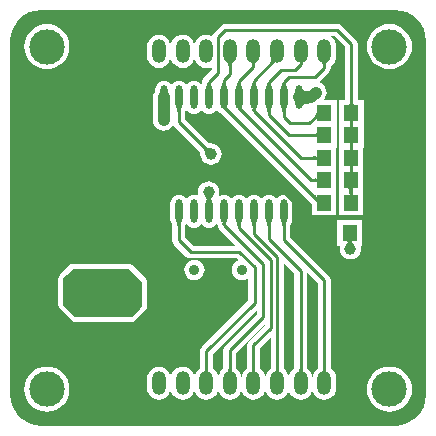
<source format=gbl>
G04 Layer_Physical_Order=2*
G04 Layer_Color=16711680*
%FSLAX44Y44*%
%MOMM*%
G71*
G01*
G75*
%ADD11C,0.2540*%
%ADD12C,1.0000*%
%ADD13C,0.9000*%
%ADD14O,1.2000X2.0000*%
%ADD15C,3.0000*%
%ADD16C,1.0000*%
%ADD17C,1.5000*%
%ADD18R,1.2700X1.3970*%
%ADD19R,3.7500X1.5000*%
%ADD20O,0.6000X2.0000*%
G36*
X-74830Y414469D02*
X-69964Y412993D01*
X-65481Y410597D01*
X-61551Y407371D01*
X-58326Y403441D01*
X-55929Y398957D01*
X-54453Y394092D01*
X-53980Y389293D01*
X-54032Y389033D01*
Y89033D01*
X-53980Y88772D01*
X-54453Y83973D01*
X-55929Y79108D01*
X-58326Y74624D01*
X-61551Y70694D01*
X-65481Y67469D01*
X-69964Y65072D01*
X-74830Y63597D01*
X-79629Y63124D01*
X-79889Y63176D01*
X-379889D01*
X-380150Y63124D01*
X-384949Y63597D01*
X-389814Y65072D01*
X-394298Y67469D01*
X-398228Y70694D01*
X-401453Y74624D01*
X-403850Y79108D01*
X-405326Y83973D01*
X-405798Y88772D01*
X-405746Y89033D01*
Y389033D01*
X-405798Y389293D01*
X-405326Y394092D01*
X-403850Y398957D01*
X-401453Y403441D01*
X-398228Y407371D01*
X-394298Y410597D01*
X-389814Y412993D01*
X-384949Y414469D01*
X-380150Y414941D01*
X-379889Y414890D01*
X-79889D01*
X-79889D01*
D01*
D01*
X-79629Y414941D01*
X-74830Y414469D01*
D02*
G37*
%LPC*%
G36*
X-374890Y403122D02*
X-378615Y402755D01*
X-382196Y401669D01*
X-385497Y399904D01*
X-388390Y397530D01*
X-390764Y394637D01*
X-392529Y391336D01*
X-393615Y387755D01*
X-393982Y384030D01*
X-393615Y380305D01*
X-392529Y376724D01*
X-390764Y373423D01*
X-388390Y370530D01*
X-385497Y368156D01*
X-382196Y366391D01*
X-378615Y365305D01*
X-374890Y364938D01*
X-371165Y365305D01*
X-367584Y366391D01*
X-364283Y368156D01*
X-361390Y370530D01*
X-359016Y373423D01*
X-357251Y376724D01*
X-356165Y380305D01*
X-355798Y384030D01*
X-356165Y387755D01*
X-357251Y391336D01*
X-359016Y394637D01*
X-361390Y397530D01*
X-364283Y399904D01*
X-367584Y401669D01*
X-371165Y402755D01*
X-374890Y403122D01*
D02*
G37*
G36*
X-84890D02*
X-88615Y402755D01*
X-92196Y401669D01*
X-95497Y399904D01*
X-98390Y397530D01*
X-100764Y394637D01*
X-102529Y391336D01*
X-103615Y387755D01*
X-103982Y384030D01*
X-103615Y380305D01*
X-102529Y376724D01*
X-100764Y373423D01*
X-98390Y370530D01*
X-95497Y368156D01*
X-92196Y366391D01*
X-88615Y365305D01*
X-84890Y364938D01*
X-81165Y365305D01*
X-77584Y366391D01*
X-74283Y368156D01*
X-71390Y370530D01*
X-69016Y373423D01*
X-67251Y376724D01*
X-66165Y380305D01*
X-65798Y384030D01*
X-66165Y387755D01*
X-67251Y391336D01*
X-69016Y394637D01*
X-71390Y397530D01*
X-74283Y399904D01*
X-77584Y401669D01*
X-81165Y402755D01*
X-84890Y403122D01*
D02*
G37*
G36*
X-108220Y236985D02*
X-128920D01*
Y215015D01*
X-126812D01*
X-127078Y213000D01*
X-126768Y210651D01*
X-125861Y208461D01*
X-124419Y206581D01*
X-122539Y205139D01*
X-120350Y204232D01*
X-118000Y203922D01*
X-115651Y204232D01*
X-113461Y205139D01*
X-111581Y206581D01*
X-110139Y208461D01*
X-109232Y210651D01*
X-108922Y213000D01*
X-109188Y215015D01*
X-108220D01*
Y236985D01*
D02*
G37*
G36*
X-353000Y200078D02*
X-354302Y199819D01*
X-354561Y199768D01*
X-355884Y198884D01*
X-360884Y193884D01*
X-360884Y193884D01*
X-363884Y190884D01*
X-364768Y189561D01*
X-364819Y189302D01*
X-365078Y188000D01*
X-365078Y188000D01*
Y177000D01*
X-365078Y165000D01*
X-365078Y165000D01*
X-364768Y163439D01*
X-363884Y162116D01*
X-353884Y152116D01*
X-353884Y152116D01*
X-352561Y151232D01*
X-352302Y151181D01*
X-351000Y150922D01*
X-351000Y150922D01*
X-322000Y150922D01*
X-303000D01*
X-303000Y150922D01*
X-301439Y151232D01*
X-301000Y151525D01*
X-300116Y152116D01*
X-300116Y152116D01*
X-293116Y159116D01*
X-293116Y159116D01*
X-291116Y161116D01*
X-290232Y162439D01*
X-290181Y162698D01*
X-289922Y164000D01*
X-289922Y164000D01*
Y185000D01*
X-289922Y185000D01*
X-290232Y186561D01*
X-290823Y187445D01*
X-291116Y187884D01*
X-291116D01*
Y187884D01*
X-302116Y198884D01*
X-302773Y199323D01*
X-303439Y199768D01*
X-303439D01*
X-303439Y199768D01*
X-305000Y200078D01*
X-305000Y200078D01*
X-320000Y200078D01*
X-353000D01*
X-353000Y200078D01*
D02*
G37*
G36*
X-250000Y203573D02*
X-252219Y203281D01*
X-254287Y202425D01*
X-256062Y201062D01*
X-257425Y199287D01*
X-258281Y197219D01*
X-258573Y195000D01*
X-258281Y192781D01*
X-257425Y190713D01*
X-256062Y188938D01*
X-254287Y187575D01*
X-252219Y186719D01*
X-250000Y186427D01*
X-247781Y186719D01*
X-245713Y187575D01*
X-243938Y188938D01*
X-242575Y190713D01*
X-241719Y192781D01*
X-241427Y195000D01*
X-241719Y197219D01*
X-242575Y199287D01*
X-243938Y201062D01*
X-245713Y202425D01*
X-247781Y203281D01*
X-250000Y203573D01*
D02*
G37*
G36*
X-374890Y113122D02*
X-378615Y112755D01*
X-382196Y111669D01*
X-385497Y109904D01*
X-388390Y107530D01*
X-390764Y104637D01*
X-392529Y101336D01*
X-393615Y97755D01*
X-393982Y94030D01*
X-393615Y90305D01*
X-392529Y86724D01*
X-390764Y83423D01*
X-388390Y80530D01*
X-385497Y78156D01*
X-382196Y76391D01*
X-378615Y75305D01*
X-374890Y74938D01*
X-371165Y75305D01*
X-367584Y76391D01*
X-364283Y78156D01*
X-361390Y80530D01*
X-359016Y83423D01*
X-357251Y86724D01*
X-356165Y90305D01*
X-355798Y94030D01*
X-356165Y97755D01*
X-357251Y101336D01*
X-359016Y104637D01*
X-361390Y107530D01*
X-364283Y109904D01*
X-367584Y111669D01*
X-371165Y112755D01*
X-374890Y113122D01*
D02*
G37*
G36*
X-129000Y403373D02*
X-224000D01*
X-226056Y402964D01*
X-227799Y401800D01*
X-233799Y395799D01*
X-234964Y394056D01*
X-235207Y392838D01*
X-237390Y393743D01*
X-240000Y394086D01*
X-242610Y393743D01*
X-245043Y392735D01*
X-247132Y391132D01*
X-248735Y389043D01*
X-249743Y386610D01*
X-250000Y384655D01*
X-250257Y386610D01*
X-251265Y389043D01*
X-252868Y391132D01*
X-254957Y392735D01*
X-257390Y393743D01*
X-260000Y394086D01*
X-262610Y393743D01*
X-265043Y392735D01*
X-267132Y391132D01*
X-268735Y389043D01*
X-269743Y386610D01*
X-270000Y384655D01*
X-270257Y386610D01*
X-271265Y389043D01*
X-272868Y391132D01*
X-274957Y392735D01*
X-277390Y393743D01*
X-280000Y394086D01*
X-282610Y393743D01*
X-285043Y392735D01*
X-287132Y391132D01*
X-288735Y389043D01*
X-289743Y386610D01*
X-290086Y384000D01*
Y376000D01*
X-289743Y373390D01*
X-288735Y370957D01*
X-287132Y368868D01*
X-285043Y367265D01*
X-282610Y366257D01*
X-280000Y365914D01*
X-277390Y366257D01*
X-274957Y367265D01*
X-272868Y368868D01*
X-271265Y370957D01*
X-270257Y373390D01*
X-270000Y375345D01*
X-269743Y373390D01*
X-268735Y370957D01*
X-267132Y368868D01*
X-265043Y367265D01*
X-262610Y366257D01*
X-260000Y365914D01*
X-257390Y366257D01*
X-254957Y367265D01*
X-252868Y368868D01*
X-251265Y370957D01*
X-250257Y373390D01*
X-250000Y375345D01*
X-249743Y373390D01*
X-248735Y370957D01*
X-247132Y368868D01*
X-245043Y367265D01*
X-242610Y366257D01*
X-240000Y365914D01*
X-237390Y366257D01*
X-235373Y367093D01*
Y364226D01*
X-241600Y357999D01*
X-242764Y356256D01*
X-243173Y354200D01*
Y352496D01*
X-243539Y352020D01*
X-243608Y351956D01*
X-243640Y351888D01*
X-243915Y351530D01*
X-244150Y350962D01*
X-244386Y351530D01*
X-245508Y352993D01*
X-246970Y354114D01*
X-248673Y354820D01*
X-250500Y355060D01*
X-252327Y354820D01*
X-254030Y354114D01*
X-255492Y352993D01*
X-256614Y351530D01*
X-256850Y350962D01*
X-257085Y351530D01*
X-258208Y352993D01*
X-259670Y354114D01*
X-261373Y354820D01*
X-263200Y355060D01*
X-265027Y354820D01*
X-266730Y354114D01*
X-268193Y352993D01*
X-269314Y351530D01*
X-269550Y350962D01*
X-269785Y351530D01*
X-270908Y352993D01*
X-272370Y354114D01*
X-274073Y354820D01*
X-275900Y355060D01*
X-277727Y354820D01*
X-279430Y354114D01*
X-280893Y352993D01*
X-282015Y351530D01*
X-282720Y349827D01*
X-282960Y348000D01*
Y346583D01*
X-283762Y345539D01*
X-284668Y343349D01*
X-284978Y341000D01*
Y322760D01*
X-285078Y322000D01*
X-284768Y319650D01*
X-283862Y317461D01*
X-282419Y315581D01*
X-280539Y314139D01*
X-278349Y313232D01*
X-276000Y312922D01*
X-273651Y313232D01*
X-272368Y313763D01*
X-271461Y314139D01*
X-269581Y315581D01*
X-269481Y315681D01*
X-268039Y317561D01*
X-267938Y317805D01*
X-266999Y316401D01*
X-245303Y294704D01*
X-245281Y294656D01*
X-245238Y294535D01*
X-245190Y294360D01*
X-245145Y294128D01*
X-245108Y293838D01*
X-245085Y293491D01*
X-245078Y292991D01*
X-245075Y292977D01*
X-244768Y290651D01*
X-243862Y288461D01*
X-242419Y286581D01*
X-240539Y285138D01*
X-238349Y284232D01*
X-236000Y283922D01*
X-233650Y284232D01*
X-231461Y285138D01*
X-229581Y286581D01*
X-228139Y288461D01*
X-227232Y290651D01*
X-226922Y293000D01*
X-227232Y295350D01*
X-228139Y297539D01*
X-229581Y299419D01*
X-231461Y300861D01*
X-233650Y301768D01*
X-235977Y302075D01*
X-235991Y302078D01*
X-236491Y302085D01*
X-236838Y302108D01*
X-237128Y302145D01*
X-237360Y302190D01*
X-237535Y302238D01*
X-237656Y302281D01*
X-237704Y302303D01*
X-257827Y322426D01*
Y329504D01*
X-257461Y329980D01*
X-257391Y330044D01*
X-257360Y330112D01*
X-257085Y330470D01*
X-256850Y331038D01*
X-256614Y330470D01*
X-255492Y329007D01*
X-254030Y327886D01*
X-252327Y327180D01*
X-250500Y326940D01*
X-248673Y327180D01*
X-246970Y327886D01*
X-245508Y329007D01*
X-244386Y330470D01*
X-244150Y331038D01*
X-243915Y330470D01*
X-242792Y329007D01*
X-241330Y327886D01*
X-239627Y327180D01*
X-237800Y326940D01*
X-235973Y327180D01*
X-234270Y327886D01*
X-232808Y329007D01*
X-231686Y330470D01*
X-231450Y331038D01*
X-231215Y330470D01*
X-230093Y329007D01*
X-228630Y327886D01*
X-226927Y327180D01*
X-226875Y327173D01*
X-226870Y327172D01*
X-226843Y327155D01*
X-226805Y327128D01*
X-226304Y326705D01*
X-151093Y251494D01*
X-151068Y251465D01*
X-150948Y251306D01*
X-150865Y251181D01*
X-150815Y251091D01*
X-150797Y251052D01*
X-150792Y250947D01*
X-150780Y250900D01*
Y241015D01*
X-130080D01*
Y260015D01*
Y279015D01*
X-130080D01*
Y298015D01*
X-129650D01*
Y317015D01*
Y338985D01*
X-140271D01*
X-139139Y340461D01*
X-138232Y342650D01*
X-137922Y345000D01*
X-138232Y347350D01*
X-139139Y349539D01*
X-140581Y351419D01*
X-142461Y352861D01*
X-144650Y353768D01*
X-144815Y353790D01*
X-144200Y354201D01*
X-136201Y362201D01*
X-135036Y363944D01*
X-134627Y366000D01*
Y367518D01*
X-132868Y368868D01*
X-131265Y370957D01*
X-130257Y373390D01*
X-129914Y376000D01*
Y384000D01*
X-130257Y386610D01*
X-131265Y389043D01*
X-132868Y391132D01*
X-134816Y392627D01*
X-131226D01*
X-122513Y383914D01*
Y338985D01*
X-127490D01*
Y317015D01*
Y300985D01*
X-127920D01*
Y281985D01*
X-127920D01*
Y260015D01*
Y241015D01*
X-107220D01*
Y260015D01*
Y279015D01*
X-107220D01*
Y298015D01*
X-106790D01*
Y317015D01*
Y338985D01*
X-111767D01*
Y386140D01*
X-112176Y388196D01*
X-113341Y389939D01*
X-125201Y401800D01*
X-126944Y402964D01*
X-129000Y403373D01*
D02*
G37*
G36*
X-238000Y270078D02*
X-240350Y269768D01*
X-242539Y268862D01*
X-244419Y267419D01*
X-245861Y265539D01*
X-246768Y263349D01*
X-247078Y261000D01*
X-246768Y258650D01*
X-246033Y256876D01*
X-246970Y257595D01*
X-248673Y258300D01*
X-250500Y258540D01*
X-252327Y258300D01*
X-254030Y257595D01*
X-255492Y256472D01*
X-256614Y255010D01*
X-256850Y254442D01*
X-257085Y255010D01*
X-258208Y256472D01*
X-259670Y257595D01*
X-261373Y258300D01*
X-263200Y258540D01*
X-265027Y258300D01*
X-266730Y257595D01*
X-268193Y256472D01*
X-269314Y255010D01*
X-270020Y253307D01*
X-270260Y251480D01*
Y237480D01*
X-270020Y235653D01*
X-269314Y233950D01*
X-269040Y233592D01*
X-269009Y233524D01*
X-268939Y233460D01*
X-268579Y232991D01*
X-268573Y232925D01*
Y220200D01*
X-268164Y218144D01*
X-266999Y216401D01*
X-256800Y206201D01*
X-255056Y205036D01*
X-253000Y204627D01*
X-214226D01*
X-212687Y203088D01*
X-214287Y202425D01*
X-216062Y201062D01*
X-217425Y199287D01*
X-218281Y197219D01*
X-218573Y195000D01*
X-218281Y192781D01*
X-217425Y190713D01*
X-216062Y188938D01*
X-214287Y187575D01*
X-212219Y186719D01*
X-210000Y186427D01*
X-207781Y186719D01*
X-205713Y187575D01*
X-204373Y188604D01*
Y169226D01*
X-243799Y129799D01*
X-244964Y128056D01*
X-245373Y126000D01*
Y111482D01*
X-247132Y110132D01*
X-248735Y108043D01*
X-249743Y105611D01*
X-250000Y103655D01*
X-250257Y105611D01*
X-251265Y108043D01*
X-252868Y110132D01*
X-254957Y111735D01*
X-257390Y112743D01*
X-260000Y113086D01*
X-262610Y112743D01*
X-265043Y111735D01*
X-267132Y110132D01*
X-268735Y108043D01*
X-269743Y105611D01*
X-270000Y103655D01*
X-270257Y105611D01*
X-271265Y108043D01*
X-272868Y110132D01*
X-274957Y111735D01*
X-277390Y112743D01*
X-280000Y113086D01*
X-282610Y112743D01*
X-285043Y111735D01*
X-287132Y110132D01*
X-288735Y108043D01*
X-289743Y105611D01*
X-290086Y103000D01*
Y95000D01*
X-289743Y92389D01*
X-288735Y89957D01*
X-287132Y87868D01*
X-285043Y86265D01*
X-282610Y85257D01*
X-280000Y84914D01*
X-277390Y85257D01*
X-274957Y86265D01*
X-272868Y87868D01*
X-271265Y89957D01*
X-270257Y92389D01*
X-270000Y94345D01*
X-269743Y92389D01*
X-268735Y89957D01*
X-267132Y87868D01*
X-265043Y86265D01*
X-262610Y85257D01*
X-260000Y84914D01*
X-257390Y85257D01*
X-254957Y86265D01*
X-252868Y87868D01*
X-251265Y89957D01*
X-250257Y92389D01*
X-250000Y94345D01*
X-249743Y92389D01*
X-248735Y89957D01*
X-247132Y87868D01*
X-245043Y86265D01*
X-242610Y85257D01*
X-240000Y84914D01*
X-237390Y85257D01*
X-234957Y86265D01*
X-232868Y87868D01*
X-231265Y89957D01*
X-230257Y92389D01*
X-230000Y94345D01*
X-229743Y92389D01*
X-228735Y89957D01*
X-227132Y87868D01*
X-225043Y86265D01*
X-222610Y85257D01*
X-220000Y84914D01*
X-217390Y85257D01*
X-214957Y86265D01*
X-212868Y87868D01*
X-211265Y89957D01*
X-210257Y92389D01*
X-210000Y94345D01*
X-209743Y92389D01*
X-208735Y89957D01*
X-207132Y87868D01*
X-205043Y86265D01*
X-202610Y85257D01*
X-200000Y84914D01*
X-197390Y85257D01*
X-194957Y86265D01*
X-192868Y87868D01*
X-191265Y89957D01*
X-190257Y92389D01*
X-190000Y94345D01*
X-189743Y92389D01*
X-188735Y89957D01*
X-187132Y87868D01*
X-185043Y86265D01*
X-182610Y85257D01*
X-180000Y84914D01*
X-177390Y85257D01*
X-174957Y86265D01*
X-172868Y87868D01*
X-171265Y89957D01*
X-170257Y92389D01*
X-170000Y94345D01*
X-169743Y92389D01*
X-168735Y89957D01*
X-167132Y87868D01*
X-165043Y86265D01*
X-162610Y85257D01*
X-160000Y84914D01*
X-157389Y85257D01*
X-154957Y86265D01*
X-152868Y87868D01*
X-151265Y89957D01*
X-150257Y92389D01*
X-150000Y94345D01*
X-149743Y92389D01*
X-148735Y89957D01*
X-147132Y87868D01*
X-145043Y86265D01*
X-142611Y85257D01*
X-140000Y84914D01*
X-137389Y85257D01*
X-134957Y86265D01*
X-132868Y87868D01*
X-131265Y89957D01*
X-130257Y92389D01*
X-129914Y95000D01*
Y103000D01*
X-130257Y105611D01*
X-131265Y108043D01*
X-132868Y110132D01*
X-134627Y111482D01*
Y186000D01*
X-135036Y188056D01*
X-136201Y189799D01*
X-168927Y222526D01*
Y232984D01*
X-168561Y233460D01*
X-168491Y233524D01*
X-168460Y233592D01*
X-168186Y233950D01*
X-167480Y235653D01*
X-167240Y237480D01*
Y251480D01*
X-167480Y253307D01*
X-168186Y255010D01*
X-169308Y256472D01*
X-170770Y257595D01*
X-172473Y258300D01*
X-174300Y258540D01*
X-176127Y258300D01*
X-177830Y257595D01*
X-179293Y256472D01*
X-180415Y255010D01*
X-180650Y254442D01*
X-180886Y255010D01*
X-182008Y256472D01*
X-183470Y257595D01*
X-185173Y258300D01*
X-187000Y258540D01*
X-188827Y258300D01*
X-190530Y257595D01*
X-191992Y256472D01*
X-193114Y255010D01*
X-193350Y254442D01*
X-193585Y255010D01*
X-194708Y256472D01*
X-196170Y257595D01*
X-197873Y258300D01*
X-199700Y258540D01*
X-201527Y258300D01*
X-203230Y257595D01*
X-204692Y256472D01*
X-205814Y255010D01*
X-206050Y254442D01*
X-206285Y255010D01*
X-207408Y256472D01*
X-208870Y257595D01*
X-210573Y258300D01*
X-212400Y258540D01*
X-214227Y258300D01*
X-215930Y257595D01*
X-217393Y256472D01*
X-218514Y255010D01*
X-218750Y254442D01*
X-218986Y255010D01*
X-220108Y256472D01*
X-221570Y257595D01*
X-223273Y258300D01*
X-225100Y258540D01*
X-226927Y258300D01*
X-228630Y257595D01*
X-230093Y256472D01*
X-231215Y255010D01*
X-231450Y254442D01*
X-231526Y254625D01*
X-231328Y254844D01*
X-231152Y255140D01*
X-230139Y256461D01*
X-229232Y258650D01*
X-228922Y261000D01*
X-229232Y263349D01*
X-230139Y265539D01*
X-231581Y267419D01*
X-233461Y268862D01*
X-235651Y269768D01*
X-238000Y270078D01*
D02*
G37*
G36*
X-84890Y113122D02*
X-88615Y112755D01*
X-92196Y111669D01*
X-95497Y109904D01*
X-98390Y107530D01*
X-100764Y104637D01*
X-102529Y101336D01*
X-103615Y97755D01*
X-103982Y94030D01*
X-103615Y90305D01*
X-102529Y86724D01*
X-100764Y83423D01*
X-98390Y80530D01*
X-95497Y78156D01*
X-92196Y76391D01*
X-88615Y75305D01*
X-84890Y74938D01*
X-81165Y75305D01*
X-77584Y76391D01*
X-74283Y78156D01*
X-71390Y80530D01*
X-69016Y83423D01*
X-67251Y86724D01*
X-66165Y90305D01*
X-65798Y94030D01*
X-66165Y97755D01*
X-67251Y101336D01*
X-69016Y104637D01*
X-71390Y107530D01*
X-74283Y109904D01*
X-77584Y111669D01*
X-81165Y112755D01*
X-84890Y113122D01*
D02*
G37*
%LPD*%
G36*
X-260921Y235894D02*
X-261133Y235784D01*
X-261320Y235600D01*
X-261481Y235342D01*
X-261619Y235011D01*
X-261731Y234606D01*
X-261818Y234128D01*
X-261880Y233576D01*
X-261918Y232951D01*
X-261930Y232252D01*
X-264470D01*
X-264482Y232951D01*
X-264582Y234128D01*
X-264669Y234606D01*
X-264781Y235011D01*
X-264918Y235342D01*
X-265081Y235600D01*
X-265267Y235784D01*
X-265479Y235894D01*
X-265716Y235931D01*
X-260684D01*
X-260921Y235894D01*
D02*
G37*
G36*
X-231215Y233950D02*
X-230442Y232943D01*
X-230064Y231044D01*
X-228899Y229301D01*
X-214972Y215373D01*
X-250774D01*
X-257827Y222426D01*
Y232984D01*
X-257461Y233460D01*
X-257391Y233524D01*
X-257360Y233592D01*
X-257085Y233950D01*
X-256850Y234518D01*
X-256614Y233950D01*
X-255492Y232488D01*
X-254030Y231366D01*
X-252327Y230660D01*
X-250500Y230420D01*
X-248673Y230660D01*
X-246970Y231366D01*
X-245508Y232488D01*
X-244386Y233950D01*
X-244150Y234518D01*
X-243915Y233950D01*
X-242792Y232488D01*
X-241330Y231366D01*
X-239627Y230660D01*
X-237800Y230420D01*
X-235973Y230660D01*
X-234270Y231366D01*
X-232808Y232488D01*
X-231686Y233950D01*
X-231450Y234518D01*
X-231215Y233950D01*
D02*
G37*
G36*
X-117276Y220522D02*
X-117205Y220099D01*
X-117087Y219683D01*
X-116921Y219273D01*
X-116800Y219046D01*
X-116030D01*
X-116271Y219020D01*
X-116487Y218944D01*
X-116674Y218819D01*
X-116447Y218472D01*
X-116139Y218081D01*
X-115783Y217697D01*
X-115380Y217318D01*
X-114930Y216947D01*
X-117296Y216675D01*
X-117300Y216506D01*
X-118773D01*
X-121884Y216148D01*
X-121496Y216647D01*
X-120842Y217613D01*
X-120576Y218079D01*
X-120351Y218535D01*
X-120305Y218647D01*
X-120462Y218817D01*
X-120653Y218944D01*
X-120869Y219020D01*
X-121110Y219046D01*
X-120145D01*
X-120024Y219413D01*
X-119922Y219836D01*
X-119860Y220248D01*
X-119840Y220649D01*
X-117300Y220951D01*
X-117276Y220522D01*
D02*
G37*
G36*
X-172021Y235894D02*
X-172233Y235784D01*
X-172419Y235600D01*
X-172582Y235342D01*
X-172719Y235011D01*
X-172831Y234606D01*
X-172918Y234128D01*
X-172980Y233576D01*
X-173018Y232951D01*
X-173030Y232252D01*
X-175570D01*
X-175583Y232951D01*
X-175682Y234128D01*
X-175769Y234606D01*
X-175882Y235011D01*
X-176019Y235342D01*
X-176180Y235600D01*
X-176367Y235784D01*
X-176579Y235894D01*
X-176816Y235931D01*
X-171784D01*
X-172021Y235894D01*
D02*
G37*
G36*
X-223746Y234850D02*
X-223764Y234797D01*
X-223780Y234708D01*
X-223793Y234585D01*
X-223821Y234002D01*
X-223830Y233100D01*
X-226370D01*
X-226371Y233436D01*
X-226454Y234850D01*
X-226473Y234868D01*
X-223727D01*
X-223746Y234850D01*
D02*
G37*
G36*
X-234772Y257114D02*
X-235467Y256213D01*
X-235749Y255770D01*
X-235987Y255332D01*
X-236183Y254900D01*
X-236335Y254472D01*
X-236345Y254432D01*
X-236331Y254354D01*
X-236219Y253949D01*
X-236082Y253618D01*
X-235919Y253360D01*
X-235733Y253176D01*
X-235521Y253066D01*
X-235284Y253029D01*
X-240316D01*
X-240079Y253066D01*
X-239867Y253176D01*
X-239681Y253360D01*
X-239519Y253618D01*
X-239382Y253949D01*
X-239269Y254354D01*
X-239269Y254354D01*
X-239276Y254378D01*
X-239436Y254797D01*
X-239641Y255215D01*
X-239892Y255632D01*
X-240189Y256048D01*
X-240532Y256464D01*
X-240920Y256878D01*
X-241354Y257292D01*
X-234360Y257572D01*
X-234772Y257114D01*
D02*
G37*
G36*
X-210121Y235894D02*
X-210333Y235784D01*
X-210520Y235600D01*
X-210681Y235342D01*
X-210819Y235011D01*
X-210931Y234606D01*
X-211018Y234128D01*
X-211080Y233576D01*
X-211118Y232951D01*
X-211130Y232252D01*
X-213670D01*
X-213682Y232951D01*
X-213782Y234128D01*
X-213869Y234606D01*
X-213981Y235011D01*
X-214118Y235342D01*
X-214280Y235600D01*
X-214467Y235784D01*
X-214679Y235894D01*
X-214916Y235931D01*
X-209884D01*
X-210121Y235894D01*
D02*
G37*
G36*
X-197421D02*
X-197633Y235784D01*
X-197819Y235600D01*
X-197981Y235342D01*
X-198119Y235011D01*
X-198231Y234606D01*
X-198318Y234128D01*
X-198380Y233576D01*
X-198418Y232951D01*
X-198430Y232252D01*
X-200970D01*
X-200982Y232951D01*
X-201082Y234128D01*
X-201169Y234606D01*
X-201282Y235011D01*
X-201418Y235342D01*
X-201581Y235600D01*
X-201767Y235784D01*
X-201979Y235894D01*
X-202216Y235931D01*
X-197184D01*
X-197421Y235894D01*
D02*
G37*
G36*
X-184721D02*
X-184933Y235784D01*
X-185119Y235600D01*
X-185282Y235342D01*
X-185419Y235011D01*
X-185531Y234606D01*
X-185618Y234128D01*
X-185680Y233576D01*
X-185718Y232951D01*
X-185730Y232252D01*
X-188270D01*
X-188283Y232951D01*
X-188382Y234128D01*
X-188469Y234606D01*
X-188582Y235011D01*
X-188718Y235342D01*
X-188881Y235600D01*
X-189067Y235784D01*
X-189279Y235894D01*
X-189516Y235931D01*
X-184484D01*
X-184721Y235894D01*
D02*
G37*
G36*
X-190373Y148226D02*
X-203799Y134799D01*
X-204964Y133056D01*
X-205373Y131000D01*
Y111482D01*
X-207132Y110132D01*
X-208735Y108043D01*
X-209743Y105611D01*
X-210000Y103655D01*
X-210257Y105611D01*
X-211265Y108043D01*
X-212868Y110132D01*
X-214627Y111482D01*
Y124774D01*
X-190373Y149028D01*
Y148226D01*
D02*
G37*
G36*
X-145373Y183774D02*
Y111482D01*
X-147132Y110132D01*
X-148735Y108043D01*
X-149743Y105611D01*
X-150000Y103655D01*
X-150257Y105611D01*
X-151265Y108043D01*
X-152868Y110132D01*
X-154627Y111482D01*
Y193028D01*
X-145373Y183774D01*
D02*
G37*
G36*
X-178650Y111369D02*
X-178638Y110797D01*
X-178537Y109834D01*
X-178449Y109441D01*
X-178336Y109109D01*
X-178198Y108836D01*
X-178035Y108623D01*
X-177846Y108469D01*
X-177633Y108376D01*
X-177394Y108342D01*
X-182446Y108427D01*
X-182207Y108453D01*
X-181994Y108540D01*
X-181805Y108687D01*
X-181642Y108895D01*
X-181504Y109164D01*
X-181391Y109493D01*
X-181303Y109883D01*
X-181240Y110334D01*
X-181203Y110845D01*
X-181190Y111417D01*
X-178650Y111369D01*
D02*
G37*
G36*
X-197373Y157226D02*
X-223799Y130800D01*
X-224964Y129056D01*
X-225373Y127000D01*
Y111482D01*
X-227132Y110132D01*
X-228735Y108043D01*
X-229743Y105611D01*
X-230000Y103655D01*
X-230257Y105611D01*
X-231265Y108043D01*
X-232868Y110132D01*
X-234627Y111482D01*
Y123774D01*
X-197373Y161028D01*
Y157226D01*
D02*
G37*
G36*
X-185293Y111543D02*
X-187132Y110132D01*
X-188735Y108043D01*
X-189743Y105611D01*
X-190000Y103655D01*
X-190257Y105611D01*
X-191265Y108043D01*
X-192868Y110132D01*
X-194627Y111482D01*
Y128774D01*
X-185293Y138108D01*
Y111543D01*
D02*
G37*
G36*
X-165373Y191774D02*
Y111482D01*
X-167132Y110132D01*
X-168735Y108043D01*
X-169743Y105611D01*
X-170000Y103655D01*
X-170257Y105611D01*
X-171265Y108043D01*
X-172868Y110132D01*
X-174547Y111420D01*
Y200948D01*
X-165373Y191774D01*
D02*
G37*
G36*
X-158717Y110821D02*
X-158617Y109859D01*
X-158529Y109467D01*
X-158416Y109136D01*
X-158278Y108866D01*
X-158115Y108655D01*
X-157926Y108505D01*
X-157713Y108414D01*
X-157474Y108384D01*
X-162526D01*
X-162287Y108414D01*
X-162074Y108505D01*
X-161885Y108655D01*
X-161722Y108866D01*
X-161584Y109136D01*
X-161471Y109467D01*
X-161383Y109859D01*
X-161320Y110310D01*
X-161283Y110821D01*
X-161270Y111393D01*
X-158730D01*
X-158717Y110821D01*
D02*
G37*
G36*
X-138717D02*
X-138617Y109859D01*
X-138529Y109467D01*
X-138416Y109136D01*
X-138278Y108866D01*
X-138115Y108655D01*
X-137926Y108505D01*
X-137713Y108414D01*
X-137474Y108384D01*
X-142526D01*
X-142287Y108414D01*
X-142074Y108505D01*
X-141885Y108655D01*
X-141722Y108866D01*
X-141584Y109136D01*
X-141471Y109467D01*
X-141383Y109859D01*
X-141320Y110310D01*
X-141283Y110821D01*
X-141270Y111393D01*
X-138730D01*
X-138717Y110821D01*
D02*
G37*
G36*
X-305000Y196000D02*
X-294000Y185000D01*
Y164000D01*
X-296000Y162000D01*
X-303000Y155000D01*
X-322000D01*
X-351000Y155000D01*
X-361000Y165000D01*
X-361000Y177000D01*
Y188000D01*
X-358000Y191000D01*
X-353000Y196000D01*
X-320000D01*
X-305000Y196000D01*
D02*
G37*
G36*
X-238717Y110821D02*
X-238617Y109859D01*
X-238529Y109467D01*
X-238416Y109136D01*
X-238278Y108866D01*
X-238115Y108655D01*
X-237926Y108505D01*
X-237713Y108414D01*
X-237474Y108384D01*
X-242526D01*
X-242287Y108414D01*
X-242074Y108505D01*
X-241885Y108655D01*
X-241722Y108866D01*
X-241584Y109136D01*
X-241471Y109467D01*
X-241383Y109859D01*
X-241320Y110310D01*
X-241283Y110821D01*
X-241270Y111393D01*
X-238730D01*
X-238717Y110821D01*
D02*
G37*
G36*
X-218717D02*
X-218617Y109859D01*
X-218529Y109467D01*
X-218416Y109136D01*
X-218278Y108866D01*
X-218115Y108655D01*
X-217926Y108505D01*
X-217713Y108414D01*
X-217474Y108384D01*
X-222526D01*
X-222287Y108414D01*
X-222074Y108505D01*
X-221885Y108655D01*
X-221722Y108866D01*
X-221584Y109136D01*
X-221471Y109467D01*
X-221383Y109859D01*
X-221320Y110310D01*
X-221283Y110821D01*
X-221270Y111393D01*
X-218730D01*
X-218717Y110821D01*
D02*
G37*
G36*
X-198717D02*
X-198617Y109859D01*
X-198529Y109467D01*
X-198416Y109136D01*
X-198278Y108866D01*
X-198115Y108655D01*
X-197926Y108505D01*
X-197713Y108414D01*
X-197474Y108384D01*
X-202526D01*
X-202287Y108414D01*
X-202074Y108505D01*
X-201885Y108655D01*
X-201722Y108866D01*
X-201584Y109136D01*
X-201471Y109467D01*
X-201383Y109859D01*
X-201320Y110310D01*
X-201283Y110821D01*
X-201270Y111393D01*
X-198730D01*
X-198717Y110821D01*
D02*
G37*
G36*
X-236518Y352529D02*
X-236418Y351352D01*
X-236331Y350874D01*
X-236219Y350469D01*
X-236082Y350138D01*
X-235919Y349880D01*
X-235733Y349696D01*
X-235521Y349586D01*
X-235284Y349549D01*
X-240316D01*
X-240079Y349586D01*
X-239867Y349696D01*
X-239681Y349880D01*
X-239519Y350138D01*
X-239382Y350469D01*
X-239269Y350874D01*
X-239182Y351352D01*
X-239120Y351904D01*
X-239083Y352529D01*
X-239070Y353228D01*
X-236530D01*
X-236518Y352529D01*
D02*
G37*
G36*
X-223818D02*
X-223718Y351352D01*
X-223631Y350874D01*
X-223519Y350469D01*
X-223382Y350138D01*
X-223220Y349880D01*
X-223033Y349696D01*
X-222821Y349586D01*
X-222584Y349549D01*
X-227616D01*
X-227379Y349586D01*
X-227167Y349696D01*
X-226980Y349880D01*
X-226819Y350138D01*
X-226681Y350469D01*
X-226569Y350874D01*
X-226482Y351352D01*
X-226420Y351904D01*
X-226383Y352529D01*
X-226370Y353228D01*
X-223830D01*
X-223818Y352529D01*
D02*
G37*
G36*
X-211118D02*
X-211018Y351352D01*
X-210931Y350874D01*
X-210819Y350469D01*
X-210681Y350138D01*
X-210520Y349880D01*
X-210333Y349696D01*
X-210121Y349586D01*
X-209884Y349549D01*
X-214916D01*
X-214679Y349586D01*
X-214467Y349696D01*
X-214280Y349880D01*
X-214118Y350138D01*
X-213981Y350469D01*
X-213869Y350874D01*
X-213782Y351352D01*
X-213720Y351904D01*
X-213682Y352529D01*
X-213670Y353228D01*
X-211130D01*
X-211118Y352529D01*
D02*
G37*
G36*
X-198411Y331338D02*
X-198415Y331288D01*
X-198424Y330941D01*
X-198430Y329700D01*
X-200970D01*
X-200993Y331354D01*
X-198407D01*
X-198411Y331338D01*
D02*
G37*
G36*
X-158638Y348107D02*
X-158406Y347665D01*
X-158020Y347274D01*
X-157480Y346936D01*
X-156786Y346650D01*
X-155937Y346416D01*
X-154935Y346234D01*
X-153777Y346104D01*
X-152466Y346026D01*
X-151000Y346000D01*
Y336000D01*
X-152466Y335974D01*
X-154935Y335766D01*
X-155937Y335584D01*
X-156786Y335350D01*
X-157480Y335064D01*
X-158020Y334726D01*
X-158406Y334336D01*
X-158638Y333893D01*
X-158715Y333399D01*
Y348601D01*
X-158638Y348107D01*
D02*
G37*
G36*
X-115857Y337012D02*
X-115819Y336580D01*
X-115756Y336199D01*
X-115667Y335869D01*
X-115553Y335589D01*
X-115413Y335361D01*
X-115248Y335183D01*
X-115057Y335056D01*
X-114841Y334980D01*
X-114600Y334954D01*
X-119680D01*
X-119439Y334980D01*
X-119223Y335056D01*
X-119032Y335183D01*
X-118867Y335361D01*
X-118728Y335589D01*
X-118613Y335869D01*
X-118524Y336199D01*
X-118461Y336580D01*
X-118423Y337012D01*
X-118410Y337495D01*
X-115870D01*
X-115857Y337012D01*
D02*
G37*
G36*
X-198418Y352529D02*
X-198318Y351352D01*
X-198231Y350874D01*
X-198119Y350469D01*
X-197981Y350138D01*
X-197819Y349880D01*
X-197633Y349696D01*
X-197421Y349586D01*
X-197184Y349549D01*
X-202216D01*
X-201979Y349586D01*
X-201767Y349696D01*
X-201581Y349880D01*
X-201418Y350138D01*
X-201282Y350469D01*
X-201169Y350874D01*
X-201082Y351352D01*
X-201020Y351904D01*
X-200982Y352529D01*
X-200970Y353228D01*
X-198430D01*
X-198418Y352529D01*
D02*
G37*
G36*
X-197713Y370586D02*
X-197926Y370495D01*
X-198115Y370345D01*
X-198278Y370134D01*
X-198416Y369864D01*
X-198529Y369533D01*
X-198617Y369142D01*
X-198680Y368690D01*
X-198717Y368179D01*
X-198730Y367607D01*
X-201270D01*
X-201283Y368179D01*
X-201383Y369142D01*
X-201471Y369533D01*
X-201584Y369864D01*
X-201722Y370134D01*
X-201885Y370345D01*
X-202074Y370495D01*
X-202287Y370586D01*
X-202526Y370616D01*
X-197474D01*
X-197713Y370586D01*
D02*
G37*
G36*
X-137713D02*
X-137926Y370495D01*
X-138115Y370345D01*
X-138278Y370134D01*
X-138416Y369864D01*
X-138529Y369533D01*
X-138617Y369142D01*
X-138680Y368690D01*
X-138717Y368179D01*
X-138730Y367607D01*
X-141270D01*
X-141283Y368179D01*
X-141383Y369142D01*
X-141471Y369533D01*
X-141584Y369864D01*
X-141722Y370134D01*
X-141885Y370345D01*
X-142074Y370495D01*
X-142287Y370586D01*
X-142526Y370616D01*
X-137474D01*
X-137713Y370586D01*
D02*
G37*
G36*
X-181254Y370174D02*
X-181466Y370300D01*
X-181700Y370368D01*
X-181956Y370377D01*
X-182236Y370329D01*
X-182537Y370223D01*
X-182862Y370058D01*
X-183209Y369835D01*
X-183578Y369555D01*
X-183970Y369216D01*
X-184385Y368819D01*
X-186396Y370400D01*
X-186005Y370809D01*
X-185675Y371192D01*
X-185408Y371548D01*
X-185204Y371878D01*
X-185061Y372180D01*
X-184982Y372456D01*
X-184964Y372706D01*
X-185009Y372928D01*
X-185117Y373124D01*
X-185287Y373293D01*
X-181254Y370174D01*
D02*
G37*
G36*
X-185718Y352529D02*
X-185618Y351352D01*
X-185531Y350874D01*
X-185419Y350469D01*
X-185282Y350138D01*
X-185119Y349880D01*
X-184933Y349696D01*
X-184721Y349586D01*
X-184484Y349549D01*
X-189516D01*
X-189279Y349586D01*
X-189067Y349696D01*
X-188881Y349880D01*
X-188718Y350138D01*
X-188582Y350469D01*
X-188469Y350874D01*
X-188382Y351352D01*
X-188320Y351904D01*
X-188283Y352529D01*
X-188270Y353228D01*
X-185730D01*
X-185718Y352529D01*
D02*
G37*
G36*
X-173018D02*
X-172918Y351352D01*
X-172831Y350874D01*
X-172719Y350469D01*
X-172582Y350138D01*
X-172419Y349880D01*
X-172233Y349696D01*
X-172021Y349586D01*
X-171784Y349549D01*
X-176816D01*
X-176579Y349586D01*
X-176367Y349696D01*
X-176180Y349880D01*
X-176019Y350138D01*
X-175882Y350469D01*
X-175769Y350874D01*
X-175682Y351352D01*
X-175620Y351904D01*
X-175583Y352529D01*
X-175570Y353228D01*
X-173030D01*
X-173018Y352529D01*
D02*
G37*
G36*
X-217713Y370586D02*
X-217926Y370495D01*
X-218115Y370345D01*
X-218278Y370134D01*
X-218416Y369864D01*
X-218529Y369533D01*
X-218617Y369142D01*
X-218680Y368690D01*
X-218717Y368179D01*
X-218730Y367607D01*
X-221270D01*
X-221283Y368179D01*
X-221383Y369142D01*
X-221471Y369533D01*
X-221584Y369864D01*
X-221722Y370134D01*
X-221885Y370345D01*
X-222074Y370495D01*
X-222287Y370586D01*
X-222526Y370616D01*
X-217474D01*
X-217713Y370586D01*
D02*
G37*
G36*
X-146719Y268460D02*
X-146745Y268701D01*
X-146822Y268917D01*
X-146950Y269108D01*
X-147130Y269273D01*
X-147362Y269412D01*
X-147644Y269527D01*
X-147979Y269616D01*
X-148364Y269679D01*
X-148801Y269717D01*
X-149290Y269730D01*
Y272270D01*
X-148801Y272283D01*
X-148364Y272321D01*
X-147979Y272384D01*
X-147644Y272473D01*
X-147362Y272588D01*
X-147130Y272727D01*
X-146950Y272892D01*
X-146822Y273083D01*
X-146745Y273299D01*
X-146719Y273540D01*
Y268460D01*
D02*
G37*
G36*
X-146719Y287460D02*
X-146745Y287701D01*
X-146822Y287917D01*
X-146950Y288108D01*
X-147130Y288273D01*
X-147362Y288412D01*
X-147644Y288527D01*
X-147979Y288616D01*
X-148364Y288679D01*
X-148801Y288717D01*
X-149290Y288730D01*
Y291270D01*
X-148801Y291283D01*
X-148364Y291321D01*
X-147979Y291384D01*
X-147644Y291473D01*
X-147362Y291588D01*
X-147130Y291727D01*
X-146950Y291892D01*
X-146822Y292083D01*
X-146745Y292299D01*
X-146719Y292540D01*
Y287460D01*
D02*
G37*
G36*
X-240332Y299160D02*
X-239989Y298911D01*
X-239612Y298692D01*
X-239202Y298503D01*
X-238759Y298344D01*
X-238284Y298215D01*
X-237775Y298116D01*
X-237233Y298047D01*
X-236658Y298008D01*
X-236050Y298000D01*
X-241000Y293050D01*
X-241008Y293658D01*
X-241047Y294233D01*
X-241116Y294775D01*
X-241215Y295284D01*
X-241344Y295760D01*
X-241503Y296202D01*
X-241692Y296612D01*
X-241911Y296989D01*
X-242160Y297332D01*
X-242439Y297643D01*
X-240643Y299439D01*
X-240332Y299160D01*
D02*
G37*
G36*
X-146719Y251157D02*
X-146737Y251511D01*
X-146792Y251866D01*
X-146883Y252222D01*
X-147011Y252580D01*
X-147176Y252938D01*
X-147377Y253298D01*
X-147614Y253659D01*
X-147888Y254021D01*
X-148199Y254385D01*
X-148546Y254750D01*
Y258342D01*
X-148199Y258013D01*
X-147888Y257757D01*
X-147614Y257575D01*
X-147377Y257465D01*
X-147176Y257428D01*
X-147011Y257465D01*
X-146883Y257575D01*
X-146792Y257757D01*
X-146737Y258013D01*
X-146719Y258342D01*
Y251157D01*
D02*
G37*
G36*
X-116287Y261012D02*
X-116249Y260580D01*
X-116186Y260199D01*
X-116097Y259869D01*
X-115983Y259590D01*
X-115843Y259361D01*
X-115678Y259183D01*
X-115487Y259056D01*
X-115271Y258980D01*
X-115030Y258955D01*
X-120110D01*
X-119869Y258980D01*
X-119653Y259056D01*
X-119462Y259183D01*
X-119297Y259361D01*
X-119157Y259590D01*
X-119043Y259869D01*
X-118954Y260199D01*
X-118891Y260580D01*
X-118853Y261012D01*
X-118840Y261495D01*
X-116300D01*
X-116287Y261012D01*
D02*
G37*
G36*
X-115271Y264050D02*
X-115487Y263973D01*
X-115678Y263845D01*
X-115843Y263665D01*
X-115983Y263433D01*
X-116097Y263151D01*
X-116186Y262816D01*
X-116249Y262431D01*
X-116287Y261994D01*
X-116300Y261506D01*
X-118840D01*
X-118853Y261994D01*
X-118891Y262431D01*
X-118954Y262816D01*
X-119043Y263151D01*
X-119157Y263433D01*
X-119297Y263665D01*
X-119462Y263845D01*
X-119653Y263973D01*
X-119869Y264050D01*
X-120110Y264076D01*
X-115030D01*
X-115271Y264050D01*
D02*
G37*
G36*
X-146289Y306460D02*
X-146315Y306701D01*
X-146392Y306917D01*
X-146520Y307108D01*
X-146700Y307273D01*
X-146932Y307412D01*
X-147214Y307527D01*
X-147549Y307616D01*
X-147934Y307679D01*
X-148371Y307717D01*
X-148860Y307730D01*
Y310270D01*
X-148371Y310283D01*
X-147934Y310321D01*
X-147549Y310384D01*
X-147214Y310473D01*
X-146932Y310588D01*
X-146700Y310727D01*
X-146520Y310892D01*
X-146392Y311083D01*
X-146315Y311299D01*
X-146289Y311540D01*
Y306460D01*
D02*
G37*
G36*
X-172021Y332414D02*
X-172233Y332304D01*
X-172419Y332120D01*
X-172582Y331862D01*
X-172719Y331531D01*
X-172831Y331126D01*
X-172918Y330648D01*
X-172980Y330096D01*
X-173018Y329471D01*
X-173030Y328772D01*
X-175570D01*
X-175583Y329471D01*
X-175682Y330648D01*
X-175769Y331126D01*
X-175882Y331531D01*
X-176019Y331862D01*
X-176180Y332120D01*
X-176367Y332304D01*
X-176579Y332414D01*
X-176816Y332451D01*
X-171784D01*
X-172021Y332414D01*
D02*
G37*
G36*
X-222343Y333573D02*
X-222447Y333375D01*
X-222481Y333145D01*
X-222447Y332881D01*
X-222345Y332583D01*
X-222173Y332252D01*
X-221932Y331888D01*
X-221623Y331489D01*
X-221244Y331058D01*
X-220797Y330593D01*
X-223040Y329244D01*
X-223377Y329571D01*
X-224317Y330365D01*
X-224606Y330567D01*
X-224884Y330738D01*
X-225150Y330877D01*
X-225403Y330985D01*
X-225645Y331062D01*
X-225875Y331107D01*
X-222170Y333736D01*
X-222343Y333573D01*
D02*
G37*
G36*
X-209789Y333026D02*
X-209931Y332866D01*
X-209999Y332667D01*
X-209994Y332430D01*
X-209914Y332155D01*
X-209759Y331840D01*
X-209531Y331487D01*
X-209228Y331096D01*
X-208852Y330666D01*
X-208401Y330197D01*
X-211066Y329270D01*
X-211390Y329587D01*
X-212596Y330626D01*
X-212875Y330828D01*
X-213404Y331163D01*
X-213656Y331296D01*
X-213898Y331406D01*
X-209572Y333148D01*
X-209789Y333026D01*
D02*
G37*
G36*
X-146289Y322088D02*
X-146307Y322417D01*
X-146362Y322673D01*
X-146453Y322855D01*
X-146581Y322965D01*
X-146746Y323002D01*
X-146947Y322965D01*
X-147184Y322855D01*
X-147458Y322673D01*
X-147768Y322417D01*
X-148116Y322088D01*
Y325681D01*
X-147768Y326045D01*
X-147458Y326409D01*
X-147184Y326771D01*
X-146947Y327132D01*
X-146746Y327492D01*
X-146581Y327850D01*
X-146453Y328208D01*
X-146362Y328564D01*
X-146307Y328919D01*
X-146289Y329273D01*
Y322088D01*
D02*
G37*
G36*
X-260921Y332414D02*
X-261133Y332304D01*
X-261320Y332120D01*
X-261481Y331862D01*
X-261619Y331531D01*
X-261731Y331126D01*
X-261818Y330648D01*
X-261880Y330096D01*
X-261918Y329471D01*
X-261930Y328772D01*
X-264470D01*
X-264482Y329471D01*
X-264582Y330648D01*
X-264669Y331126D01*
X-264781Y331531D01*
X-264918Y331862D01*
X-265081Y332120D01*
X-265267Y332304D01*
X-265479Y332414D01*
X-265716Y332451D01*
X-260684D01*
X-260921Y332414D01*
D02*
G37*
G36*
X-184721D02*
X-184933Y332304D01*
X-185119Y332120D01*
X-185282Y331862D01*
X-185419Y331531D01*
X-185531Y331126D01*
X-185618Y330648D01*
X-185680Y330096D01*
X-185718Y329471D01*
X-185730Y328772D01*
X-188270D01*
X-188283Y329471D01*
X-188382Y330648D01*
X-188469Y331126D01*
X-188582Y331531D01*
X-188718Y331862D01*
X-188881Y332120D01*
X-189067Y332304D01*
X-189279Y332414D01*
X-189516Y332451D01*
X-184484D01*
X-184721Y332414D01*
D02*
G37*
D11*
X-160000Y290000D02*
X-140430D01*
X-199700Y329700D02*
X-160000Y290000D01*
X-199700Y329700D02*
Y341000D01*
X-151000Y271000D02*
X-140430D01*
X-212400Y332400D02*
X-151000Y271000D01*
X-212400Y332400D02*
Y341000D01*
X-144000Y252000D02*
X-140430D01*
X-225100Y333100D02*
X-144000Y252000D01*
X-225100Y333100D02*
Y341000D01*
X-170000Y309000D02*
X-140000D01*
X-187000Y326000D02*
X-170000Y309000D01*
X-187000Y326000D02*
Y341000D01*
X-263200Y320200D02*
X-236000Y293000D01*
X-263200Y320200D02*
Y341000D01*
X-118570Y213570D02*
X-118000Y213000D01*
X-118570Y213570D02*
Y226000D01*
X-238000Y261000D02*
X-237800Y260800D01*
Y244480D02*
Y260800D01*
X-192000Y155000D02*
Y200000D01*
X-225100Y233100D02*
X-192000Y200000D01*
X-225100Y233100D02*
Y244480D01*
X-185000Y146000D02*
Y203000D01*
X-212400Y230400D02*
X-185000Y203000D01*
X-212400Y230400D02*
Y244480D01*
X-179920Y99080D02*
Y205920D01*
X-199700Y225700D02*
X-179920Y205920D01*
X-199700Y225700D02*
Y244480D01*
X-199000Y167000D02*
Y197000D01*
X-240000Y126000D02*
X-199000Y167000D01*
X-240000Y99000D02*
Y126000D01*
X-263200Y220200D02*
Y244480D01*
Y220200D02*
X-253000Y210000D01*
X-212000D01*
X-199000Y197000D01*
X-220000Y127000D02*
X-192000Y155000D01*
X-180000Y99000D02*
X-179920Y99080D01*
X-200000Y131000D02*
X-185000Y146000D01*
X-220000Y99000D02*
Y127000D01*
X-200000Y99000D02*
Y131000D01*
X-160000Y99000D02*
Y194000D01*
X-187000Y221000D02*
X-160000Y194000D01*
X-187000Y221000D02*
Y244480D01*
X-140000Y99000D02*
Y186000D01*
X-174300Y220300D02*
X-140000Y186000D01*
X-174300Y220300D02*
Y244480D01*
X-117140Y328000D02*
Y386140D01*
X-129000Y398000D02*
X-117140Y386140D01*
X-224000Y398000D02*
X-129000D01*
X-230000Y392000D02*
X-224000Y398000D01*
X-230000Y362000D02*
Y392000D01*
X-237800Y354200D02*
X-230000Y362000D01*
X-237800Y341000D02*
Y354200D01*
X-117570Y252000D02*
Y271000D01*
Y327570D02*
X-117140Y328000D01*
X-174300Y324300D02*
Y341000D01*
Y324300D02*
X-169000Y319000D01*
X-153000D01*
X-144000Y328000D01*
X-140000D01*
Y366000D02*
Y380000D01*
X-148000Y358000D02*
X-140000Y366000D01*
X-170000Y358000D02*
X-148000D01*
X-174300Y353700D02*
X-170000Y358000D01*
X-174300Y341000D02*
Y353700D01*
X-160000Y369000D02*
Y380000D01*
X-165000Y364000D02*
X-160000Y369000D01*
X-177000Y364000D02*
X-165000D01*
X-187000Y354000D02*
X-177000Y364000D01*
X-187000Y341000D02*
Y354000D01*
X-180000Y375000D02*
Y380000D01*
X-199700Y355300D02*
X-180000Y375000D01*
X-199700Y341000D02*
Y355300D01*
X-200000Y367000D02*
Y380000D01*
X-212400Y354600D02*
X-200000Y367000D01*
X-212400Y341000D02*
Y354600D01*
X-220000Y361000D02*
Y380000D01*
X-225100Y355900D02*
X-220000Y361000D01*
X-225100Y341000D02*
Y355900D01*
X-117570Y271000D02*
Y327570D01*
D12*
X-253000Y175000D02*
X-246000D01*
X-275900Y197900D02*
X-253000Y175000D01*
X-275900Y197900D02*
Y244480D01*
X-263040Y275000D02*
X-182914D01*
X-163760Y255846D01*
Y255760D02*
X-161600Y253600D01*
X-163760Y255760D02*
Y255846D01*
X-275900Y262140D02*
X-263040Y275000D01*
X-293000Y145000D02*
X-265000D01*
X-300000Y138000D02*
X-293000Y145000D01*
X-300000Y99000D02*
Y138000D01*
X-320000Y380000D02*
X-300000D01*
Y204000D02*
Y380000D01*
Y204000D02*
X-271000Y175000D01*
X-246000D01*
X-320000Y99000D02*
X-300000D01*
X-265000Y145000D02*
X-246000Y164000D01*
Y175000D01*
X-276000Y322000D02*
X-275900Y322100D01*
Y341000D01*
X-151000D02*
X-147000Y345000D01*
X-161600Y341000D02*
X-151000D01*
X-275900Y244480D02*
Y262140D01*
X-161600Y244480D02*
Y253600D01*
X-245000Y175000D02*
X-230000Y190000D01*
X-246000Y175000D02*
X-245000D01*
X-326000D02*
Y189000D01*
X-157000Y228000D02*
X-155000Y226000D01*
X-161600Y232600D02*
X-157000Y228000D01*
X-155000Y226000D02*
X-141430D01*
X-161600Y232600D02*
Y244480D01*
D13*
X-250000Y195000D02*
D03*
X-210000D02*
D03*
D14*
X-140000Y380000D02*
D03*
X-160000D02*
D03*
X-180000D02*
D03*
X-200000D02*
D03*
X-220000D02*
D03*
X-240000D02*
D03*
X-260000D02*
D03*
X-280000D02*
D03*
X-300000D02*
D03*
X-320000D02*
D03*
Y99000D02*
D03*
X-300000D02*
D03*
X-280000D02*
D03*
X-260000D02*
D03*
X-240000D02*
D03*
X-220000D02*
D03*
X-200000D02*
D03*
X-180000D02*
D03*
X-160000D02*
D03*
X-140000D02*
D03*
D15*
X-374890Y384030D02*
D03*
X-84890D02*
D03*
Y94030D02*
D03*
X-374890D02*
D03*
D16*
X-301000Y175000D02*
D03*
X-351000D02*
D03*
X-326000Y161000D02*
D03*
X-276000Y322000D02*
D03*
X-147000Y345000D02*
D03*
X-236000Y293000D02*
D03*
X-326000Y189000D02*
D03*
X-157000Y228000D02*
D03*
X-118000Y213000D02*
D03*
X-238000Y261000D02*
D03*
D17*
X-230000Y190000D02*
D03*
D18*
X-141430Y226000D02*
D03*
X-118570D02*
D03*
X-140000Y309000D02*
D03*
X-117140D02*
D03*
X-140430Y290000D02*
D03*
X-117570D02*
D03*
X-140430Y271000D02*
D03*
X-117570D02*
D03*
X-140430Y252000D02*
D03*
X-117570D02*
D03*
X-140000Y328000D02*
D03*
X-117140D02*
D03*
D19*
X-326000Y175000D02*
D03*
X-246000D02*
D03*
D20*
X-225100Y341000D02*
D03*
X-212400D02*
D03*
X-199700D02*
D03*
X-187000D02*
D03*
X-174300D02*
D03*
X-161600Y244480D02*
D03*
X-174300D02*
D03*
X-187000D02*
D03*
X-199700D02*
D03*
X-212400D02*
D03*
X-275900Y341000D02*
D03*
Y244480D02*
D03*
X-250500D02*
D03*
X-225100D02*
D03*
X-237800D02*
D03*
X-263200Y341000D02*
D03*
X-250500D02*
D03*
X-237800D02*
D03*
X-263200Y244480D02*
D03*
X-161600Y341000D02*
D03*
M02*

</source>
